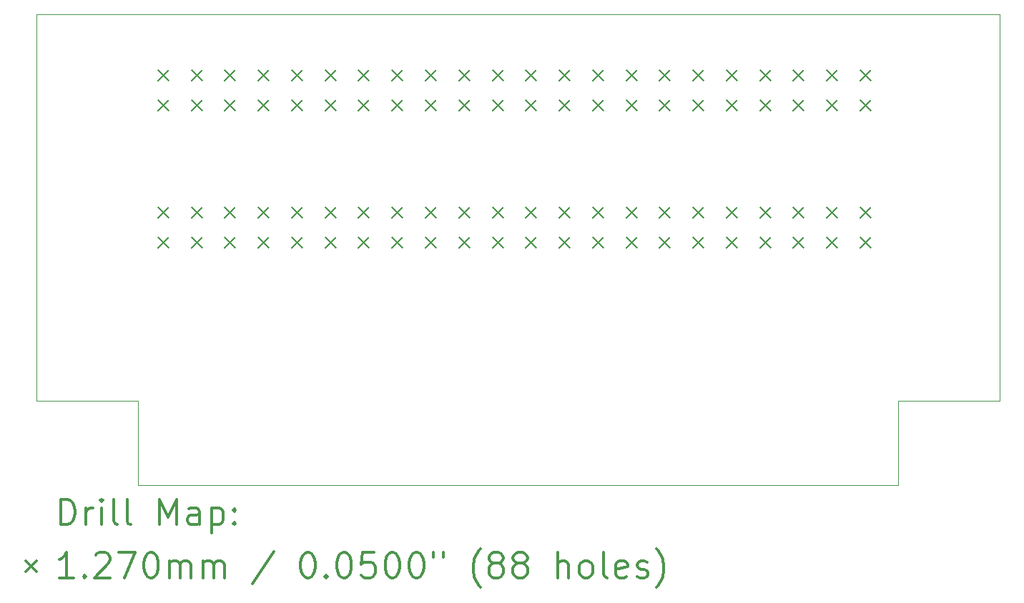
<source format=gbr>
%FSLAX45Y45*%
G04 Gerber Fmt 4.5, Leading zero omitted, Abs format (unit mm)*
G04 Created by KiCad (PCBNEW (5.1.12)-1) date 2022-10-28 14:50:14*
%MOMM*%
%LPD*%
G01*
G04 APERTURE LIST*
%TA.AperFunction,Profile*%
%ADD10C,0.050000*%
%TD*%
%ADD11C,0.200000*%
%ADD12C,0.300000*%
G04 APERTURE END LIST*
D10*
X20400000Y-13700000D02*
X20400000Y-9125000D01*
X19200000Y-13700000D02*
X20400000Y-13700000D01*
X19200000Y-14700000D02*
X19200000Y-13700000D01*
X9000000Y-9125000D02*
X20400000Y-9125000D01*
X10200000Y-14700000D02*
X10200000Y-13700000D01*
X19200000Y-14700000D02*
X10200000Y-14700000D01*
X9000000Y-13700000D02*
X9000000Y-9125000D01*
X10200000Y-13700000D02*
X9000000Y-13700000D01*
D11*
X10436500Y-9780500D02*
X10563500Y-9907500D01*
X10563500Y-9780500D02*
X10436500Y-9907500D01*
X10436500Y-10136500D02*
X10563500Y-10263500D01*
X10563500Y-10136500D02*
X10436500Y-10263500D01*
X10436500Y-11405500D02*
X10563500Y-11532500D01*
X10563500Y-11405500D02*
X10436500Y-11532500D01*
X10436500Y-11761500D02*
X10563500Y-11888500D01*
X10563500Y-11761500D02*
X10436500Y-11888500D01*
X10832500Y-9780500D02*
X10959500Y-9907500D01*
X10959500Y-9780500D02*
X10832500Y-9907500D01*
X10832500Y-10136500D02*
X10959500Y-10263500D01*
X10959500Y-10136500D02*
X10832500Y-10263500D01*
X10832500Y-11405500D02*
X10959500Y-11532500D01*
X10959500Y-11405500D02*
X10832500Y-11532500D01*
X10832500Y-11761500D02*
X10959500Y-11888500D01*
X10959500Y-11761500D02*
X10832500Y-11888500D01*
X11228500Y-9780500D02*
X11355500Y-9907500D01*
X11355500Y-9780500D02*
X11228500Y-9907500D01*
X11228500Y-10136500D02*
X11355500Y-10263500D01*
X11355500Y-10136500D02*
X11228500Y-10263500D01*
X11228500Y-11405500D02*
X11355500Y-11532500D01*
X11355500Y-11405500D02*
X11228500Y-11532500D01*
X11228500Y-11761500D02*
X11355500Y-11888500D01*
X11355500Y-11761500D02*
X11228500Y-11888500D01*
X11624500Y-9780500D02*
X11751500Y-9907500D01*
X11751500Y-9780500D02*
X11624500Y-9907500D01*
X11624500Y-10136500D02*
X11751500Y-10263500D01*
X11751500Y-10136500D02*
X11624500Y-10263500D01*
X11624500Y-11405500D02*
X11751500Y-11532500D01*
X11751500Y-11405500D02*
X11624500Y-11532500D01*
X11624500Y-11761500D02*
X11751500Y-11888500D01*
X11751500Y-11761500D02*
X11624500Y-11888500D01*
X12020500Y-9780500D02*
X12147500Y-9907500D01*
X12147500Y-9780500D02*
X12020500Y-9907500D01*
X12020500Y-10136500D02*
X12147500Y-10263500D01*
X12147500Y-10136500D02*
X12020500Y-10263500D01*
X12020500Y-11405500D02*
X12147500Y-11532500D01*
X12147500Y-11405500D02*
X12020500Y-11532500D01*
X12020500Y-11761500D02*
X12147500Y-11888500D01*
X12147500Y-11761500D02*
X12020500Y-11888500D01*
X12416500Y-9780500D02*
X12543500Y-9907500D01*
X12543500Y-9780500D02*
X12416500Y-9907500D01*
X12416500Y-10136500D02*
X12543500Y-10263500D01*
X12543500Y-10136500D02*
X12416500Y-10263500D01*
X12416500Y-11405500D02*
X12543500Y-11532500D01*
X12543500Y-11405500D02*
X12416500Y-11532500D01*
X12416500Y-11761500D02*
X12543500Y-11888500D01*
X12543500Y-11761500D02*
X12416500Y-11888500D01*
X12812500Y-9780500D02*
X12939500Y-9907500D01*
X12939500Y-9780500D02*
X12812500Y-9907500D01*
X12812500Y-10136500D02*
X12939500Y-10263500D01*
X12939500Y-10136500D02*
X12812500Y-10263500D01*
X12812500Y-11405500D02*
X12939500Y-11532500D01*
X12939500Y-11405500D02*
X12812500Y-11532500D01*
X12812500Y-11761500D02*
X12939500Y-11888500D01*
X12939500Y-11761500D02*
X12812500Y-11888500D01*
X13208500Y-9780500D02*
X13335500Y-9907500D01*
X13335500Y-9780500D02*
X13208500Y-9907500D01*
X13208500Y-10136500D02*
X13335500Y-10263500D01*
X13335500Y-10136500D02*
X13208500Y-10263500D01*
X13208500Y-11405500D02*
X13335500Y-11532500D01*
X13335500Y-11405500D02*
X13208500Y-11532500D01*
X13208500Y-11761500D02*
X13335500Y-11888500D01*
X13335500Y-11761500D02*
X13208500Y-11888500D01*
X13604500Y-9780500D02*
X13731500Y-9907500D01*
X13731500Y-9780500D02*
X13604500Y-9907500D01*
X13604500Y-10136500D02*
X13731500Y-10263500D01*
X13731500Y-10136500D02*
X13604500Y-10263500D01*
X13604500Y-11405500D02*
X13731500Y-11532500D01*
X13731500Y-11405500D02*
X13604500Y-11532500D01*
X13604500Y-11761500D02*
X13731500Y-11888500D01*
X13731500Y-11761500D02*
X13604500Y-11888500D01*
X14000500Y-9780500D02*
X14127500Y-9907500D01*
X14127500Y-9780500D02*
X14000500Y-9907500D01*
X14000500Y-10136500D02*
X14127500Y-10263500D01*
X14127500Y-10136500D02*
X14000500Y-10263500D01*
X14000500Y-11405500D02*
X14127500Y-11532500D01*
X14127500Y-11405500D02*
X14000500Y-11532500D01*
X14000500Y-11761500D02*
X14127500Y-11888500D01*
X14127500Y-11761500D02*
X14000500Y-11888500D01*
X14396500Y-9780500D02*
X14523500Y-9907500D01*
X14523500Y-9780500D02*
X14396500Y-9907500D01*
X14396500Y-10136500D02*
X14523500Y-10263500D01*
X14523500Y-10136500D02*
X14396500Y-10263500D01*
X14396500Y-11405500D02*
X14523500Y-11532500D01*
X14523500Y-11405500D02*
X14396500Y-11532500D01*
X14396500Y-11761500D02*
X14523500Y-11888500D01*
X14523500Y-11761500D02*
X14396500Y-11888500D01*
X14792500Y-9780500D02*
X14919500Y-9907500D01*
X14919500Y-9780500D02*
X14792500Y-9907500D01*
X14792500Y-10136500D02*
X14919500Y-10263500D01*
X14919500Y-10136500D02*
X14792500Y-10263500D01*
X14792500Y-11405500D02*
X14919500Y-11532500D01*
X14919500Y-11405500D02*
X14792500Y-11532500D01*
X14792500Y-11761500D02*
X14919500Y-11888500D01*
X14919500Y-11761500D02*
X14792500Y-11888500D01*
X15188500Y-9780500D02*
X15315500Y-9907500D01*
X15315500Y-9780500D02*
X15188500Y-9907500D01*
X15188500Y-10136500D02*
X15315500Y-10263500D01*
X15315500Y-10136500D02*
X15188500Y-10263500D01*
X15188500Y-11405500D02*
X15315500Y-11532500D01*
X15315500Y-11405500D02*
X15188500Y-11532500D01*
X15188500Y-11761500D02*
X15315500Y-11888500D01*
X15315500Y-11761500D02*
X15188500Y-11888500D01*
X15584500Y-9780500D02*
X15711500Y-9907500D01*
X15711500Y-9780500D02*
X15584500Y-9907500D01*
X15584500Y-10136500D02*
X15711500Y-10263500D01*
X15711500Y-10136500D02*
X15584500Y-10263500D01*
X15584500Y-11405500D02*
X15711500Y-11532500D01*
X15711500Y-11405500D02*
X15584500Y-11532500D01*
X15584500Y-11761500D02*
X15711500Y-11888500D01*
X15711500Y-11761500D02*
X15584500Y-11888500D01*
X15980500Y-9780500D02*
X16107500Y-9907500D01*
X16107500Y-9780500D02*
X15980500Y-9907500D01*
X15980500Y-10136500D02*
X16107500Y-10263500D01*
X16107500Y-10136500D02*
X15980500Y-10263500D01*
X15980500Y-11405500D02*
X16107500Y-11532500D01*
X16107500Y-11405500D02*
X15980500Y-11532500D01*
X15980500Y-11761500D02*
X16107500Y-11888500D01*
X16107500Y-11761500D02*
X15980500Y-11888500D01*
X16376500Y-9780500D02*
X16503500Y-9907500D01*
X16503500Y-9780500D02*
X16376500Y-9907500D01*
X16376500Y-10136500D02*
X16503500Y-10263500D01*
X16503500Y-10136500D02*
X16376500Y-10263500D01*
X16376500Y-11405500D02*
X16503500Y-11532500D01*
X16503500Y-11405500D02*
X16376500Y-11532500D01*
X16376500Y-11761500D02*
X16503500Y-11888500D01*
X16503500Y-11761500D02*
X16376500Y-11888500D01*
X16772500Y-9780500D02*
X16899500Y-9907500D01*
X16899500Y-9780500D02*
X16772500Y-9907500D01*
X16772500Y-10136500D02*
X16899500Y-10263500D01*
X16899500Y-10136500D02*
X16772500Y-10263500D01*
X16772500Y-11405500D02*
X16899500Y-11532500D01*
X16899500Y-11405500D02*
X16772500Y-11532500D01*
X16772500Y-11761500D02*
X16899500Y-11888500D01*
X16899500Y-11761500D02*
X16772500Y-11888500D01*
X17168500Y-9780500D02*
X17295500Y-9907500D01*
X17295500Y-9780500D02*
X17168500Y-9907500D01*
X17168500Y-10136500D02*
X17295500Y-10263500D01*
X17295500Y-10136500D02*
X17168500Y-10263500D01*
X17168500Y-11405500D02*
X17295500Y-11532500D01*
X17295500Y-11405500D02*
X17168500Y-11532500D01*
X17168500Y-11761500D02*
X17295500Y-11888500D01*
X17295500Y-11761500D02*
X17168500Y-11888500D01*
X17564500Y-9780500D02*
X17691500Y-9907500D01*
X17691500Y-9780500D02*
X17564500Y-9907500D01*
X17564500Y-10136500D02*
X17691500Y-10263500D01*
X17691500Y-10136500D02*
X17564500Y-10263500D01*
X17564500Y-11405500D02*
X17691500Y-11532500D01*
X17691500Y-11405500D02*
X17564500Y-11532500D01*
X17564500Y-11761500D02*
X17691500Y-11888500D01*
X17691500Y-11761500D02*
X17564500Y-11888500D01*
X17960500Y-9780500D02*
X18087500Y-9907500D01*
X18087500Y-9780500D02*
X17960500Y-9907500D01*
X17960500Y-10136500D02*
X18087500Y-10263500D01*
X18087500Y-10136500D02*
X17960500Y-10263500D01*
X17960500Y-11405500D02*
X18087500Y-11532500D01*
X18087500Y-11405500D02*
X17960500Y-11532500D01*
X17960500Y-11761500D02*
X18087500Y-11888500D01*
X18087500Y-11761500D02*
X17960500Y-11888500D01*
X18356500Y-9780500D02*
X18483500Y-9907500D01*
X18483500Y-9780500D02*
X18356500Y-9907500D01*
X18356500Y-10136500D02*
X18483500Y-10263500D01*
X18483500Y-10136500D02*
X18356500Y-10263500D01*
X18356500Y-11405500D02*
X18483500Y-11532500D01*
X18483500Y-11405500D02*
X18356500Y-11532500D01*
X18356500Y-11761500D02*
X18483500Y-11888500D01*
X18483500Y-11761500D02*
X18356500Y-11888500D01*
X18752500Y-9780500D02*
X18879500Y-9907500D01*
X18879500Y-9780500D02*
X18752500Y-9907500D01*
X18752500Y-10136500D02*
X18879500Y-10263500D01*
X18879500Y-10136500D02*
X18752500Y-10263500D01*
X18752500Y-11405500D02*
X18879500Y-11532500D01*
X18879500Y-11405500D02*
X18752500Y-11532500D01*
X18752500Y-11761500D02*
X18879500Y-11888500D01*
X18879500Y-11761500D02*
X18752500Y-11888500D01*
D12*
X9283928Y-15168214D02*
X9283928Y-14868214D01*
X9355357Y-14868214D01*
X9398214Y-14882500D01*
X9426786Y-14911071D01*
X9441071Y-14939643D01*
X9455357Y-14996786D01*
X9455357Y-15039643D01*
X9441071Y-15096786D01*
X9426786Y-15125357D01*
X9398214Y-15153929D01*
X9355357Y-15168214D01*
X9283928Y-15168214D01*
X9583928Y-15168214D02*
X9583928Y-14968214D01*
X9583928Y-15025357D02*
X9598214Y-14996786D01*
X9612500Y-14982500D01*
X9641071Y-14968214D01*
X9669643Y-14968214D01*
X9769643Y-15168214D02*
X9769643Y-14968214D01*
X9769643Y-14868214D02*
X9755357Y-14882500D01*
X9769643Y-14896786D01*
X9783928Y-14882500D01*
X9769643Y-14868214D01*
X9769643Y-14896786D01*
X9955357Y-15168214D02*
X9926786Y-15153929D01*
X9912500Y-15125357D01*
X9912500Y-14868214D01*
X10112500Y-15168214D02*
X10083928Y-15153929D01*
X10069643Y-15125357D01*
X10069643Y-14868214D01*
X10455357Y-15168214D02*
X10455357Y-14868214D01*
X10555357Y-15082500D01*
X10655357Y-14868214D01*
X10655357Y-15168214D01*
X10926786Y-15168214D02*
X10926786Y-15011071D01*
X10912500Y-14982500D01*
X10883928Y-14968214D01*
X10826786Y-14968214D01*
X10798214Y-14982500D01*
X10926786Y-15153929D02*
X10898214Y-15168214D01*
X10826786Y-15168214D01*
X10798214Y-15153929D01*
X10783928Y-15125357D01*
X10783928Y-15096786D01*
X10798214Y-15068214D01*
X10826786Y-15053929D01*
X10898214Y-15053929D01*
X10926786Y-15039643D01*
X11069643Y-14968214D02*
X11069643Y-15268214D01*
X11069643Y-14982500D02*
X11098214Y-14968214D01*
X11155357Y-14968214D01*
X11183928Y-14982500D01*
X11198214Y-14996786D01*
X11212500Y-15025357D01*
X11212500Y-15111071D01*
X11198214Y-15139643D01*
X11183928Y-15153929D01*
X11155357Y-15168214D01*
X11098214Y-15168214D01*
X11069643Y-15153929D01*
X11341071Y-15139643D02*
X11355357Y-15153929D01*
X11341071Y-15168214D01*
X11326786Y-15153929D01*
X11341071Y-15139643D01*
X11341071Y-15168214D01*
X11341071Y-14982500D02*
X11355357Y-14996786D01*
X11341071Y-15011071D01*
X11326786Y-14996786D01*
X11341071Y-14982500D01*
X11341071Y-15011071D01*
X8870500Y-15599000D02*
X8997500Y-15726000D01*
X8997500Y-15599000D02*
X8870500Y-15726000D01*
X9441071Y-15798214D02*
X9269643Y-15798214D01*
X9355357Y-15798214D02*
X9355357Y-15498214D01*
X9326786Y-15541071D01*
X9298214Y-15569643D01*
X9269643Y-15583929D01*
X9569643Y-15769643D02*
X9583928Y-15783929D01*
X9569643Y-15798214D01*
X9555357Y-15783929D01*
X9569643Y-15769643D01*
X9569643Y-15798214D01*
X9698214Y-15526786D02*
X9712500Y-15512500D01*
X9741071Y-15498214D01*
X9812500Y-15498214D01*
X9841071Y-15512500D01*
X9855357Y-15526786D01*
X9869643Y-15555357D01*
X9869643Y-15583929D01*
X9855357Y-15626786D01*
X9683928Y-15798214D01*
X9869643Y-15798214D01*
X9969643Y-15498214D02*
X10169643Y-15498214D01*
X10041071Y-15798214D01*
X10341071Y-15498214D02*
X10369643Y-15498214D01*
X10398214Y-15512500D01*
X10412500Y-15526786D01*
X10426786Y-15555357D01*
X10441071Y-15612500D01*
X10441071Y-15683929D01*
X10426786Y-15741071D01*
X10412500Y-15769643D01*
X10398214Y-15783929D01*
X10369643Y-15798214D01*
X10341071Y-15798214D01*
X10312500Y-15783929D01*
X10298214Y-15769643D01*
X10283928Y-15741071D01*
X10269643Y-15683929D01*
X10269643Y-15612500D01*
X10283928Y-15555357D01*
X10298214Y-15526786D01*
X10312500Y-15512500D01*
X10341071Y-15498214D01*
X10569643Y-15798214D02*
X10569643Y-15598214D01*
X10569643Y-15626786D02*
X10583928Y-15612500D01*
X10612500Y-15598214D01*
X10655357Y-15598214D01*
X10683928Y-15612500D01*
X10698214Y-15641071D01*
X10698214Y-15798214D01*
X10698214Y-15641071D02*
X10712500Y-15612500D01*
X10741071Y-15598214D01*
X10783928Y-15598214D01*
X10812500Y-15612500D01*
X10826786Y-15641071D01*
X10826786Y-15798214D01*
X10969643Y-15798214D02*
X10969643Y-15598214D01*
X10969643Y-15626786D02*
X10983928Y-15612500D01*
X11012500Y-15598214D01*
X11055357Y-15598214D01*
X11083928Y-15612500D01*
X11098214Y-15641071D01*
X11098214Y-15798214D01*
X11098214Y-15641071D02*
X11112500Y-15612500D01*
X11141071Y-15598214D01*
X11183928Y-15598214D01*
X11212500Y-15612500D01*
X11226786Y-15641071D01*
X11226786Y-15798214D01*
X11812500Y-15483929D02*
X11555357Y-15869643D01*
X12198214Y-15498214D02*
X12226786Y-15498214D01*
X12255357Y-15512500D01*
X12269643Y-15526786D01*
X12283928Y-15555357D01*
X12298214Y-15612500D01*
X12298214Y-15683929D01*
X12283928Y-15741071D01*
X12269643Y-15769643D01*
X12255357Y-15783929D01*
X12226786Y-15798214D01*
X12198214Y-15798214D01*
X12169643Y-15783929D01*
X12155357Y-15769643D01*
X12141071Y-15741071D01*
X12126786Y-15683929D01*
X12126786Y-15612500D01*
X12141071Y-15555357D01*
X12155357Y-15526786D01*
X12169643Y-15512500D01*
X12198214Y-15498214D01*
X12426786Y-15769643D02*
X12441071Y-15783929D01*
X12426786Y-15798214D01*
X12412500Y-15783929D01*
X12426786Y-15769643D01*
X12426786Y-15798214D01*
X12626786Y-15498214D02*
X12655357Y-15498214D01*
X12683928Y-15512500D01*
X12698214Y-15526786D01*
X12712500Y-15555357D01*
X12726786Y-15612500D01*
X12726786Y-15683929D01*
X12712500Y-15741071D01*
X12698214Y-15769643D01*
X12683928Y-15783929D01*
X12655357Y-15798214D01*
X12626786Y-15798214D01*
X12598214Y-15783929D01*
X12583928Y-15769643D01*
X12569643Y-15741071D01*
X12555357Y-15683929D01*
X12555357Y-15612500D01*
X12569643Y-15555357D01*
X12583928Y-15526786D01*
X12598214Y-15512500D01*
X12626786Y-15498214D01*
X12998214Y-15498214D02*
X12855357Y-15498214D01*
X12841071Y-15641071D01*
X12855357Y-15626786D01*
X12883928Y-15612500D01*
X12955357Y-15612500D01*
X12983928Y-15626786D01*
X12998214Y-15641071D01*
X13012500Y-15669643D01*
X13012500Y-15741071D01*
X12998214Y-15769643D01*
X12983928Y-15783929D01*
X12955357Y-15798214D01*
X12883928Y-15798214D01*
X12855357Y-15783929D01*
X12841071Y-15769643D01*
X13198214Y-15498214D02*
X13226786Y-15498214D01*
X13255357Y-15512500D01*
X13269643Y-15526786D01*
X13283928Y-15555357D01*
X13298214Y-15612500D01*
X13298214Y-15683929D01*
X13283928Y-15741071D01*
X13269643Y-15769643D01*
X13255357Y-15783929D01*
X13226786Y-15798214D01*
X13198214Y-15798214D01*
X13169643Y-15783929D01*
X13155357Y-15769643D01*
X13141071Y-15741071D01*
X13126786Y-15683929D01*
X13126786Y-15612500D01*
X13141071Y-15555357D01*
X13155357Y-15526786D01*
X13169643Y-15512500D01*
X13198214Y-15498214D01*
X13483928Y-15498214D02*
X13512500Y-15498214D01*
X13541071Y-15512500D01*
X13555357Y-15526786D01*
X13569643Y-15555357D01*
X13583928Y-15612500D01*
X13583928Y-15683929D01*
X13569643Y-15741071D01*
X13555357Y-15769643D01*
X13541071Y-15783929D01*
X13512500Y-15798214D01*
X13483928Y-15798214D01*
X13455357Y-15783929D01*
X13441071Y-15769643D01*
X13426786Y-15741071D01*
X13412500Y-15683929D01*
X13412500Y-15612500D01*
X13426786Y-15555357D01*
X13441071Y-15526786D01*
X13455357Y-15512500D01*
X13483928Y-15498214D01*
X13698214Y-15498214D02*
X13698214Y-15555357D01*
X13812500Y-15498214D02*
X13812500Y-15555357D01*
X14255357Y-15912500D02*
X14241071Y-15898214D01*
X14212500Y-15855357D01*
X14198214Y-15826786D01*
X14183928Y-15783929D01*
X14169643Y-15712500D01*
X14169643Y-15655357D01*
X14183928Y-15583929D01*
X14198214Y-15541071D01*
X14212500Y-15512500D01*
X14241071Y-15469643D01*
X14255357Y-15455357D01*
X14412500Y-15626786D02*
X14383928Y-15612500D01*
X14369643Y-15598214D01*
X14355357Y-15569643D01*
X14355357Y-15555357D01*
X14369643Y-15526786D01*
X14383928Y-15512500D01*
X14412500Y-15498214D01*
X14469643Y-15498214D01*
X14498214Y-15512500D01*
X14512500Y-15526786D01*
X14526786Y-15555357D01*
X14526786Y-15569643D01*
X14512500Y-15598214D01*
X14498214Y-15612500D01*
X14469643Y-15626786D01*
X14412500Y-15626786D01*
X14383928Y-15641071D01*
X14369643Y-15655357D01*
X14355357Y-15683929D01*
X14355357Y-15741071D01*
X14369643Y-15769643D01*
X14383928Y-15783929D01*
X14412500Y-15798214D01*
X14469643Y-15798214D01*
X14498214Y-15783929D01*
X14512500Y-15769643D01*
X14526786Y-15741071D01*
X14526786Y-15683929D01*
X14512500Y-15655357D01*
X14498214Y-15641071D01*
X14469643Y-15626786D01*
X14698214Y-15626786D02*
X14669643Y-15612500D01*
X14655357Y-15598214D01*
X14641071Y-15569643D01*
X14641071Y-15555357D01*
X14655357Y-15526786D01*
X14669643Y-15512500D01*
X14698214Y-15498214D01*
X14755357Y-15498214D01*
X14783928Y-15512500D01*
X14798214Y-15526786D01*
X14812500Y-15555357D01*
X14812500Y-15569643D01*
X14798214Y-15598214D01*
X14783928Y-15612500D01*
X14755357Y-15626786D01*
X14698214Y-15626786D01*
X14669643Y-15641071D01*
X14655357Y-15655357D01*
X14641071Y-15683929D01*
X14641071Y-15741071D01*
X14655357Y-15769643D01*
X14669643Y-15783929D01*
X14698214Y-15798214D01*
X14755357Y-15798214D01*
X14783928Y-15783929D01*
X14798214Y-15769643D01*
X14812500Y-15741071D01*
X14812500Y-15683929D01*
X14798214Y-15655357D01*
X14783928Y-15641071D01*
X14755357Y-15626786D01*
X15169643Y-15798214D02*
X15169643Y-15498214D01*
X15298214Y-15798214D02*
X15298214Y-15641071D01*
X15283928Y-15612500D01*
X15255357Y-15598214D01*
X15212500Y-15598214D01*
X15183928Y-15612500D01*
X15169643Y-15626786D01*
X15483928Y-15798214D02*
X15455357Y-15783929D01*
X15441071Y-15769643D01*
X15426786Y-15741071D01*
X15426786Y-15655357D01*
X15441071Y-15626786D01*
X15455357Y-15612500D01*
X15483928Y-15598214D01*
X15526786Y-15598214D01*
X15555357Y-15612500D01*
X15569643Y-15626786D01*
X15583928Y-15655357D01*
X15583928Y-15741071D01*
X15569643Y-15769643D01*
X15555357Y-15783929D01*
X15526786Y-15798214D01*
X15483928Y-15798214D01*
X15755357Y-15798214D02*
X15726786Y-15783929D01*
X15712500Y-15755357D01*
X15712500Y-15498214D01*
X15983928Y-15783929D02*
X15955357Y-15798214D01*
X15898214Y-15798214D01*
X15869643Y-15783929D01*
X15855357Y-15755357D01*
X15855357Y-15641071D01*
X15869643Y-15612500D01*
X15898214Y-15598214D01*
X15955357Y-15598214D01*
X15983928Y-15612500D01*
X15998214Y-15641071D01*
X15998214Y-15669643D01*
X15855357Y-15698214D01*
X16112500Y-15783929D02*
X16141071Y-15798214D01*
X16198214Y-15798214D01*
X16226786Y-15783929D01*
X16241071Y-15755357D01*
X16241071Y-15741071D01*
X16226786Y-15712500D01*
X16198214Y-15698214D01*
X16155357Y-15698214D01*
X16126786Y-15683929D01*
X16112500Y-15655357D01*
X16112500Y-15641071D01*
X16126786Y-15612500D01*
X16155357Y-15598214D01*
X16198214Y-15598214D01*
X16226786Y-15612500D01*
X16341071Y-15912500D02*
X16355357Y-15898214D01*
X16383928Y-15855357D01*
X16398214Y-15826786D01*
X16412500Y-15783929D01*
X16426786Y-15712500D01*
X16426786Y-15655357D01*
X16412500Y-15583929D01*
X16398214Y-15541071D01*
X16383928Y-15512500D01*
X16355357Y-15469643D01*
X16341071Y-15455357D01*
M02*

</source>
